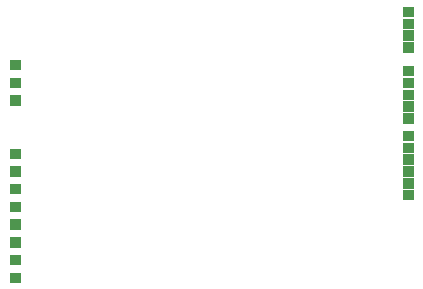
<source format=gbr>
%TF.GenerationSoftware,KiCad,Pcbnew,7.0.9*%
%TF.CreationDate,2024-04-04T22:54:04+08:00*%
%TF.ProjectId,power_module_v0.1,706f7765-725f-46d6-9f64-756c655f7630,rev?*%
%TF.SameCoordinates,Original*%
%TF.FileFunction,Paste,Bot*%
%TF.FilePolarity,Positive*%
%FSLAX46Y46*%
G04 Gerber Fmt 4.6, Leading zero omitted, Abs format (unit mm)*
G04 Created by KiCad (PCBNEW 7.0.9) date 2024-04-04 22:54:04*
%MOMM*%
%LPD*%
G01*
G04 APERTURE LIST*
%ADD10C,0.010000*%
G04 APERTURE END LIST*
D10*
X116500000Y-112600000D02*
X117300000Y-112600000D01*
X117300000Y-113400000D01*
X116500000Y-113400000D01*
X116500000Y-112600000D01*
G36*
X116500000Y-112600000D02*
G01*
X117300000Y-112600000D01*
X117300000Y-113400000D01*
X116500000Y-113400000D01*
X116500000Y-112600000D01*
G37*
X116500000Y-111100000D02*
X117300000Y-111100000D01*
X117300000Y-111900000D01*
X116500000Y-111900000D01*
X116500000Y-111100000D01*
G36*
X116500000Y-111100000D02*
G01*
X117300000Y-111100000D01*
X117300000Y-111900000D01*
X116500000Y-111900000D01*
X116500000Y-111100000D01*
G37*
X116500000Y-109600000D02*
X117300000Y-109600000D01*
X117300000Y-110400000D01*
X116500000Y-110400000D01*
X116500000Y-109600000D01*
G36*
X116500000Y-109600000D02*
G01*
X117300000Y-109600000D01*
X117300000Y-110400000D01*
X116500000Y-110400000D01*
X116500000Y-109600000D01*
G37*
X116500000Y-108100000D02*
X117300000Y-108100000D01*
X117300000Y-108900000D01*
X116500000Y-108900000D01*
X116500000Y-108100000D01*
G36*
X116500000Y-108100000D02*
G01*
X117300000Y-108100000D01*
X117300000Y-108900000D01*
X116500000Y-108900000D01*
X116500000Y-108100000D01*
G37*
X116500000Y-106600000D02*
X117300000Y-106600000D01*
X117300000Y-107400000D01*
X116500000Y-107400000D01*
X116500000Y-106600000D01*
G36*
X116500000Y-106600000D02*
G01*
X117300000Y-106600000D01*
X117300000Y-107400000D01*
X116500000Y-107400000D01*
X116500000Y-106600000D01*
G37*
X116500000Y-105100000D02*
X117300000Y-105100000D01*
X117300000Y-105900000D01*
X116500000Y-105900000D01*
X116500000Y-105100000D01*
G36*
X116500000Y-105100000D02*
G01*
X117300000Y-105100000D01*
X117300000Y-105900000D01*
X116500000Y-105900000D01*
X116500000Y-105100000D01*
G37*
X116500000Y-103600000D02*
X117300000Y-103600000D01*
X117300000Y-104400000D01*
X116500000Y-104400000D01*
X116500000Y-103600000D01*
G36*
X116500000Y-103600000D02*
G01*
X117300000Y-103600000D01*
X117300000Y-104400000D01*
X116500000Y-104400000D01*
X116500000Y-103600000D01*
G37*
X116500000Y-102100000D02*
X117300000Y-102100000D01*
X117300000Y-102900000D01*
X116500000Y-102900000D01*
X116500000Y-102100000D01*
G36*
X116500000Y-102100000D02*
G01*
X117300000Y-102100000D01*
X117300000Y-102900000D01*
X116500000Y-102900000D01*
X116500000Y-102100000D01*
G37*
X116500000Y-97600000D02*
X117300000Y-97600000D01*
X117300000Y-98400000D01*
X116500000Y-98400000D01*
X116500000Y-97600000D01*
G36*
X116500000Y-97600000D02*
G01*
X117300000Y-97600000D01*
X117300000Y-98400000D01*
X116500000Y-98400000D01*
X116500000Y-97600000D01*
G37*
X116500000Y-96100000D02*
X117300000Y-96100000D01*
X117300000Y-96900000D01*
X116500000Y-96900000D01*
X116500000Y-96100000D01*
G36*
X116500000Y-96100000D02*
G01*
X117300000Y-96100000D01*
X117300000Y-96900000D01*
X116500000Y-96900000D01*
X116500000Y-96100000D01*
G37*
X116500000Y-94600000D02*
X117300000Y-94600000D01*
X117300000Y-95400000D01*
X116500000Y-95400000D01*
X116500000Y-94600000D01*
G36*
X116500000Y-94600000D02*
G01*
X117300000Y-94600000D01*
X117300000Y-95400000D01*
X116500000Y-95400000D01*
X116500000Y-94600000D01*
G37*
X149800000Y-105600000D02*
X150600000Y-105600000D01*
X150600000Y-106400000D01*
X149800000Y-106400000D01*
X149800000Y-105600000D01*
G36*
X149800000Y-105600000D02*
G01*
X150600000Y-105600000D01*
X150600000Y-106400000D01*
X149800000Y-106400000D01*
X149800000Y-105600000D01*
G37*
X149800000Y-104600000D02*
X150600000Y-104600000D01*
X150600000Y-105400000D01*
X149800000Y-105400000D01*
X149800000Y-104600000D01*
G36*
X149800000Y-104600000D02*
G01*
X150600000Y-104600000D01*
X150600000Y-105400000D01*
X149800000Y-105400000D01*
X149800000Y-104600000D01*
G37*
X149800000Y-103600000D02*
X150600000Y-103600000D01*
X150600000Y-104400000D01*
X149800000Y-104400000D01*
X149800000Y-103600000D01*
G36*
X149800000Y-103600000D02*
G01*
X150600000Y-103600000D01*
X150600000Y-104400000D01*
X149800000Y-104400000D01*
X149800000Y-103600000D01*
G37*
X149800000Y-102600000D02*
X150600000Y-102600000D01*
X150600000Y-103400000D01*
X149800000Y-103400000D01*
X149800000Y-102600000D01*
G36*
X149800000Y-102600000D02*
G01*
X150600000Y-102600000D01*
X150600000Y-103400000D01*
X149800000Y-103400000D01*
X149800000Y-102600000D01*
G37*
X149800000Y-101600000D02*
X150600000Y-101600000D01*
X150600000Y-102400000D01*
X149800000Y-102400000D01*
X149800000Y-101600000D01*
G36*
X149800000Y-101600000D02*
G01*
X150600000Y-101600000D01*
X150600000Y-102400000D01*
X149800000Y-102400000D01*
X149800000Y-101600000D01*
G37*
X149800000Y-100600000D02*
X150600000Y-100600000D01*
X150600000Y-101400000D01*
X149800000Y-101400000D01*
X149800000Y-100600000D01*
G36*
X149800000Y-100600000D02*
G01*
X150600000Y-100600000D01*
X150600000Y-101400000D01*
X149800000Y-101400000D01*
X149800000Y-100600000D01*
G37*
X149800000Y-99100000D02*
X150600000Y-99100000D01*
X150600000Y-99900000D01*
X149800000Y-99900000D01*
X149800000Y-99100000D01*
G36*
X149800000Y-99100000D02*
G01*
X150600000Y-99100000D01*
X150600000Y-99900000D01*
X149800000Y-99900000D01*
X149800000Y-99100000D01*
G37*
X149800000Y-98100000D02*
X150600000Y-98100000D01*
X150600000Y-98900000D01*
X149800000Y-98900000D01*
X149800000Y-98100000D01*
G36*
X149800000Y-98100000D02*
G01*
X150600000Y-98100000D01*
X150600000Y-98900000D01*
X149800000Y-98900000D01*
X149800000Y-98100000D01*
G37*
X149800000Y-97100000D02*
X150600000Y-97100000D01*
X150600000Y-97900000D01*
X149800000Y-97900000D01*
X149800000Y-97100000D01*
G36*
X149800000Y-97100000D02*
G01*
X150600000Y-97100000D01*
X150600000Y-97900000D01*
X149800000Y-97900000D01*
X149800000Y-97100000D01*
G37*
X149800000Y-96100000D02*
X150600000Y-96100000D01*
X150600000Y-96900000D01*
X149800000Y-96900000D01*
X149800000Y-96100000D01*
G36*
X149800000Y-96100000D02*
G01*
X150600000Y-96100000D01*
X150600000Y-96900000D01*
X149800000Y-96900000D01*
X149800000Y-96100000D01*
G37*
X149800000Y-95100000D02*
X150600000Y-95100000D01*
X150600000Y-95900000D01*
X149800000Y-95900000D01*
X149800000Y-95100000D01*
G36*
X149800000Y-95100000D02*
G01*
X150600000Y-95100000D01*
X150600000Y-95900000D01*
X149800000Y-95900000D01*
X149800000Y-95100000D01*
G37*
X149800000Y-93100000D02*
X150600000Y-93100000D01*
X150600000Y-93900000D01*
X149800000Y-93900000D01*
X149800000Y-93100000D01*
G36*
X149800000Y-93100000D02*
G01*
X150600000Y-93100000D01*
X150600000Y-93900000D01*
X149800000Y-93900000D01*
X149800000Y-93100000D01*
G37*
X149800000Y-92100000D02*
X150600000Y-92100000D01*
X150600000Y-92900000D01*
X149800000Y-92900000D01*
X149800000Y-92100000D01*
G36*
X149800000Y-92100000D02*
G01*
X150600000Y-92100000D01*
X150600000Y-92900000D01*
X149800000Y-92900000D01*
X149800000Y-92100000D01*
G37*
X149800000Y-91100000D02*
X150600000Y-91100000D01*
X150600000Y-91900000D01*
X149800000Y-91900000D01*
X149800000Y-91100000D01*
G36*
X149800000Y-91100000D02*
G01*
X150600000Y-91100000D01*
X150600000Y-91900000D01*
X149800000Y-91900000D01*
X149800000Y-91100000D01*
G37*
X149800000Y-90100000D02*
X150600000Y-90100000D01*
X150600000Y-90900000D01*
X149800000Y-90900000D01*
X149800000Y-90100000D01*
G36*
X149800000Y-90100000D02*
G01*
X150600000Y-90100000D01*
X150600000Y-90900000D01*
X149800000Y-90900000D01*
X149800000Y-90100000D01*
G37*
X149800000Y-97100000D02*
X150600000Y-97100000D01*
X150600000Y-97900000D01*
X149800000Y-97900000D01*
X149800000Y-97100000D01*
G36*
X149800000Y-97100000D02*
G01*
X150600000Y-97100000D01*
X150600000Y-97900000D01*
X149800000Y-97900000D01*
X149800000Y-97100000D01*
G37*
X149800000Y-104600000D02*
X150600000Y-104600000D01*
X150600000Y-105400000D01*
X149800000Y-105400000D01*
X149800000Y-104600000D01*
G36*
X149800000Y-104600000D02*
G01*
X150600000Y-104600000D01*
X150600000Y-105400000D01*
X149800000Y-105400000D01*
X149800000Y-104600000D01*
G37*
X116500000Y-109600000D02*
X117300000Y-109600000D01*
X117300000Y-110400000D01*
X116500000Y-110400000D01*
X116500000Y-109600000D01*
G36*
X116500000Y-109600000D02*
G01*
X117300000Y-109600000D01*
X117300000Y-110400000D01*
X116500000Y-110400000D01*
X116500000Y-109600000D01*
G37*
X116500000Y-97600000D02*
X117300000Y-97600000D01*
X117300000Y-98400000D01*
X116500000Y-98400000D01*
X116500000Y-97600000D01*
G36*
X116500000Y-97600000D02*
G01*
X117300000Y-97600000D01*
X117300000Y-98400000D01*
X116500000Y-98400000D01*
X116500000Y-97600000D01*
G37*
X149800000Y-91100000D02*
X150600000Y-91100000D01*
X150600000Y-91900000D01*
X149800000Y-91900000D01*
X149800000Y-91100000D01*
G36*
X149800000Y-91100000D02*
G01*
X150600000Y-91100000D01*
X150600000Y-91900000D01*
X149800000Y-91900000D01*
X149800000Y-91100000D01*
G37*
X116500000Y-108100000D02*
X117300000Y-108100000D01*
X117300000Y-108900000D01*
X116500000Y-108900000D01*
X116500000Y-108100000D01*
G36*
X116500000Y-108100000D02*
G01*
X117300000Y-108100000D01*
X117300000Y-108900000D01*
X116500000Y-108900000D01*
X116500000Y-108100000D01*
G37*
X116500000Y-94600000D02*
X117300000Y-94600000D01*
X117300000Y-95400000D01*
X116500000Y-95400000D01*
X116500000Y-94600000D01*
G36*
X116500000Y-94600000D02*
G01*
X117300000Y-94600000D01*
X117300000Y-95400000D01*
X116500000Y-95400000D01*
X116500000Y-94600000D01*
G37*
X116500000Y-111100000D02*
X117300000Y-111100000D01*
X117300000Y-111900000D01*
X116500000Y-111900000D01*
X116500000Y-111100000D01*
G36*
X116500000Y-111100000D02*
G01*
X117300000Y-111100000D01*
X117300000Y-111900000D01*
X116500000Y-111900000D01*
X116500000Y-111100000D01*
G37*
X149800000Y-93100000D02*
X150600000Y-93100000D01*
X150600000Y-93900000D01*
X149800000Y-93900000D01*
X149800000Y-93100000D01*
G36*
X149800000Y-93100000D02*
G01*
X150600000Y-93100000D01*
X150600000Y-93900000D01*
X149800000Y-93900000D01*
X149800000Y-93100000D01*
G37*
X116500000Y-106600000D02*
X117300000Y-106600000D01*
X117300000Y-107400000D01*
X116500000Y-107400000D01*
X116500000Y-106600000D01*
G36*
X116500000Y-106600000D02*
G01*
X117300000Y-106600000D01*
X117300000Y-107400000D01*
X116500000Y-107400000D01*
X116500000Y-106600000D01*
G37*
X149800000Y-96100000D02*
X150600000Y-96100000D01*
X150600000Y-96900000D01*
X149800000Y-96900000D01*
X149800000Y-96100000D01*
G36*
X149800000Y-96100000D02*
G01*
X150600000Y-96100000D01*
X150600000Y-96900000D01*
X149800000Y-96900000D01*
X149800000Y-96100000D01*
G37*
X116500000Y-105100000D02*
X117300000Y-105100000D01*
X117300000Y-105900000D01*
X116500000Y-105900000D01*
X116500000Y-105100000D01*
G36*
X116500000Y-105100000D02*
G01*
X117300000Y-105100000D01*
X117300000Y-105900000D01*
X116500000Y-105900000D01*
X116500000Y-105100000D01*
G37*
X149800000Y-90100000D02*
X150600000Y-90100000D01*
X150600000Y-90900000D01*
X149800000Y-90900000D01*
X149800000Y-90100000D01*
G36*
X149800000Y-90100000D02*
G01*
X150600000Y-90100000D01*
X150600000Y-90900000D01*
X149800000Y-90900000D01*
X149800000Y-90100000D01*
G37*
X149800000Y-100600000D02*
X150600000Y-100600000D01*
X150600000Y-101400000D01*
X149800000Y-101400000D01*
X149800000Y-100600000D01*
G36*
X149800000Y-100600000D02*
G01*
X150600000Y-100600000D01*
X150600000Y-101400000D01*
X149800000Y-101400000D01*
X149800000Y-100600000D01*
G37*
X116500000Y-103600000D02*
X117300000Y-103600000D01*
X117300000Y-104400000D01*
X116500000Y-104400000D01*
X116500000Y-103600000D01*
G36*
X116500000Y-103600000D02*
G01*
X117300000Y-103600000D01*
X117300000Y-104400000D01*
X116500000Y-104400000D01*
X116500000Y-103600000D01*
G37*
X149800000Y-92100000D02*
X150600000Y-92100000D01*
X150600000Y-92900000D01*
X149800000Y-92900000D01*
X149800000Y-92100000D01*
G36*
X149800000Y-92100000D02*
G01*
X150600000Y-92100000D01*
X150600000Y-92900000D01*
X149800000Y-92900000D01*
X149800000Y-92100000D01*
G37*
X116500000Y-96100000D02*
X117300000Y-96100000D01*
X117300000Y-96900000D01*
X116500000Y-96900000D01*
X116500000Y-96100000D01*
G36*
X116500000Y-96100000D02*
G01*
X117300000Y-96100000D01*
X117300000Y-96900000D01*
X116500000Y-96900000D01*
X116500000Y-96100000D01*
G37*
X149800000Y-103600000D02*
X150600000Y-103600000D01*
X150600000Y-104400000D01*
X149800000Y-104400000D01*
X149800000Y-103600000D01*
G36*
X149800000Y-103600000D02*
G01*
X150600000Y-103600000D01*
X150600000Y-104400000D01*
X149800000Y-104400000D01*
X149800000Y-103600000D01*
G37*
X149800000Y-95100000D02*
X150600000Y-95100000D01*
X150600000Y-95900000D01*
X149800000Y-95900000D01*
X149800000Y-95100000D01*
G36*
X149800000Y-95100000D02*
G01*
X150600000Y-95100000D01*
X150600000Y-95900000D01*
X149800000Y-95900000D01*
X149800000Y-95100000D01*
G37*
X149800000Y-98100000D02*
X150600000Y-98100000D01*
X150600000Y-98900000D01*
X149800000Y-98900000D01*
X149800000Y-98100000D01*
G36*
X149800000Y-98100000D02*
G01*
X150600000Y-98100000D01*
X150600000Y-98900000D01*
X149800000Y-98900000D01*
X149800000Y-98100000D01*
G37*
X149800000Y-99100000D02*
X150600000Y-99100000D01*
X150600000Y-99900000D01*
X149800000Y-99900000D01*
X149800000Y-99100000D01*
G36*
X149800000Y-99100000D02*
G01*
X150600000Y-99100000D01*
X150600000Y-99900000D01*
X149800000Y-99900000D01*
X149800000Y-99100000D01*
G37*
X149800000Y-105600000D02*
X150600000Y-105600000D01*
X150600000Y-106400000D01*
X149800000Y-106400000D01*
X149800000Y-105600000D01*
G36*
X149800000Y-105600000D02*
G01*
X150600000Y-105600000D01*
X150600000Y-106400000D01*
X149800000Y-106400000D01*
X149800000Y-105600000D01*
G37*
X116500000Y-112600000D02*
X117300000Y-112600000D01*
X117300000Y-113400000D01*
X116500000Y-113400000D01*
X116500000Y-112600000D01*
G36*
X116500000Y-112600000D02*
G01*
X117300000Y-112600000D01*
X117300000Y-113400000D01*
X116500000Y-113400000D01*
X116500000Y-112600000D01*
G37*
X149800000Y-102600000D02*
X150600000Y-102600000D01*
X150600000Y-103400000D01*
X149800000Y-103400000D01*
X149800000Y-102600000D01*
G36*
X149800000Y-102600000D02*
G01*
X150600000Y-102600000D01*
X150600000Y-103400000D01*
X149800000Y-103400000D01*
X149800000Y-102600000D01*
G37*
X116500000Y-102100000D02*
X117300000Y-102100000D01*
X117300000Y-102900000D01*
X116500000Y-102900000D01*
X116500000Y-102100000D01*
G36*
X116500000Y-102100000D02*
G01*
X117300000Y-102100000D01*
X117300000Y-102900000D01*
X116500000Y-102900000D01*
X116500000Y-102100000D01*
G37*
M02*

</source>
